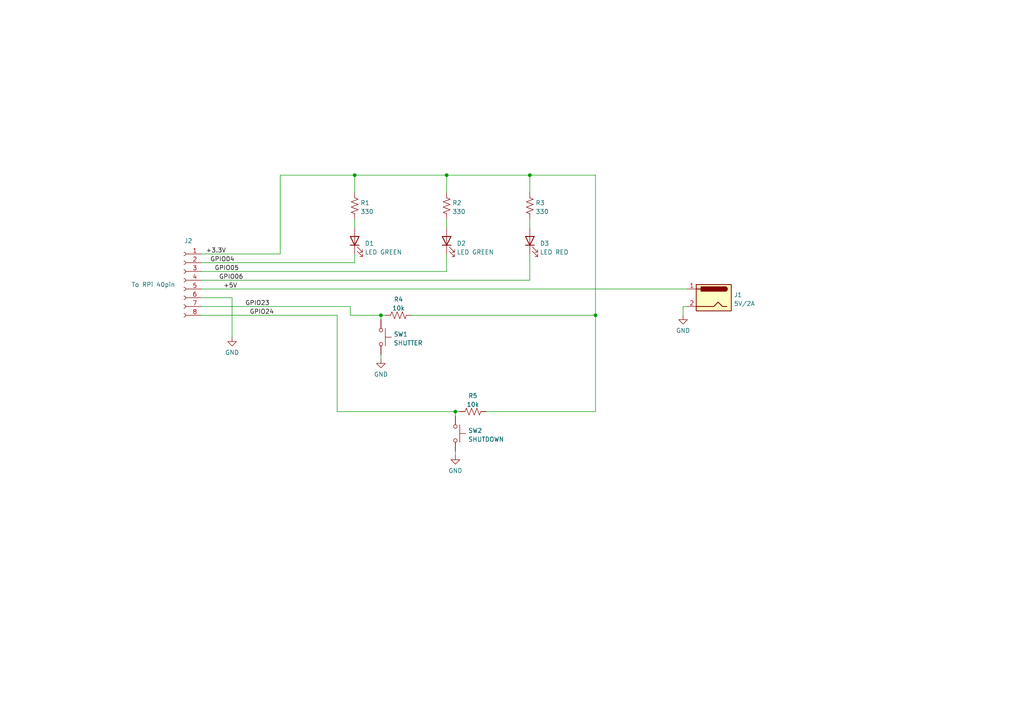
<source format=kicad_sch>
(kicad_sch (version 20211123) (generator eeschema)
  (paper "A4")
  (title_block (title "CuCuCam Interface circuit") (date "2022-04-17") (rev "1.00") (company "AMPSD Kyushu Univ.") (comment 1 "but will be mounted by hand on a Universal board.") (comment 2 "This circuit is not planned to be made into a PCB, "))
  (lib_symbols
    (symbol "Connector:Conn_01x08_Female" (pin_names (offset 1.016) hide)
      (property "Reference" "J" (at 0 10.16 0))
      (property "Value" "Conn_01x08_Female" (at 0 -12.7 0))
      (symbol "Conn_01x08_Female_1_1"
        (arc (start 0 -9.652) (mid -0.508 -10.16) (end 0 -10.668) (stroke (width 0.1524)))
        (arc (start 0 -7.112) (mid -0.508 -7.62) (end 0 -8.128) (stroke (width 0.1524)))
        (arc (start 0 -4.572) (mid -0.508 -5.08) (end 0 -5.588) (stroke (width 0.1524)))
        (arc (start 0 -2.032) (mid -0.508 -2.54) (end 0 -3.048) (stroke (width 0.1524)))
        (polyline (pts (xy -1.27 -10.16) (xy -0.508 -10.16)) (stroke (width 0.1524)))
        (polyline (pts (xy -1.27 -7.62) (xy -0.508 -7.62)) (stroke (width 0.1524)))
        (polyline (pts (xy -1.27 -5.08) (xy -0.508 -5.08)) (stroke (width 0.1524)))
        (polyline (pts (xy -1.27 -2.54) (xy -0.508 -2.54)) (stroke (width 0.1524)))
        (polyline (pts (xy -1.27 0) (xy -0.508 0)) (stroke (width 0.1524)))
        (polyline (pts (xy -1.27 2.54) (xy -0.508 2.54)) (stroke (width 0.1524)))
        (polyline (pts (xy -1.27 5.08) (xy -0.508 5.08)) (stroke (width 0.1524)))
        (polyline (pts (xy -1.27 7.62) (xy -0.508 7.62)) (stroke (width 0.1524)))
        (arc (start 0 0.508) (mid -0.508 0) (end 0 -0.508) (stroke (width 0.1524)))
        (arc (start 0 3.048) (mid -0.508 2.54) (end 0 2.032) (stroke (width 0.1524)))
        (arc (start 0 5.588) (mid -0.508 5.08) (end 0 4.572) (stroke (width 0.1524)))
        (arc (start 0 8.128) (mid -0.508 7.62) (end 0 7.112) (stroke (width 0.1524)))
        (pin passive line (at -5.08 7.62 0) (length 3.81) (name "Pin_1") (number "1"))
        (pin passive line (at -5.08 5.08 0) (length 3.81) (name "Pin_2") (number "2"))
        (pin passive line (at -5.08 2.54 0) (length 3.81) (name "Pin_3") (number "3"))
        (pin passive line (at -5.08 0 0) (length 3.81) (name "Pin_4") (number "4"))
        (pin passive line (at -5.08 -2.54 0) (length 3.81) (name "Pin_5") (number "5"))
        (pin passive line (at -5.08 -5.08 0) (length 3.81) (name "Pin_6") (number "6"))
        (pin passive line (at -5.08 -7.62 0) (length 3.81) (name "Pin_7") (number "7"))
        (pin passive line (at -5.08 -10.16 0) (length 3.81) (name "Pin_8") (number "8"))
      )
    )
    (symbol "Connector:Jack-DC" (pin_names (offset 1.016))
      (property "Reference" "J" (at 0 5.334 0))
      (property "Value" "Jack-DC" (at 0 -5.08 0))
      (symbol "Jack-DC_0_1"
        (rectangle (start -5.08 3.81) (end 5.08 -3.81) (stroke (width 0.254)) (fill (type background)))
        (arc (start -3.302 3.175) (mid -3.937 2.54) (end -3.302 1.905) (stroke (width 0.254)))
        (arc (start -3.302 3.175) (mid -3.937 2.54) (end -3.302 1.905) (stroke (width 0.254)) (fill (type outline)))
        (polyline (pts (xy 5.08 2.54) (xy 3.81 2.54)) (stroke (width 0.254)))
        (polyline (pts (xy -3.81 -2.54) (xy -2.54 -2.54) (xy -1.27 -1.27) (xy 0 -2.54) (xy 2.54 -2.54) (xy 5.08 -2.54)) (stroke (width 0.254)))
        (rectangle (start 3.683 3.175) (end -3.302 1.905) (stroke (width 0.254)) (fill (type outline)))
      )
      (symbol "Jack-DC_1_1"
        (pin passive line (at 7.62 2.54 180) (length 2.54) (name "~") (number "1"))
        (pin passive line (at 7.62 -2.54 180) (length 2.54) (name "~") (number "2"))
      )
    )
    (symbol "Device:LED" (pin_numbers hide) (pin_names (offset 1.016) hide)
      (property "Reference" "D" (at 0 2.54 0))
      (property "Value" "LED" (at 0 -2.54 0))
      (symbol "LED_0_1"
        (polyline (pts (xy -1.27 -1.27) (xy -1.27 1.27)) (stroke (width 0.254)))
        (polyline (pts (xy -1.27 0) (xy 1.27 0)))
        (polyline (pts (xy 1.27 -1.27) (xy 1.27 1.27) (xy -1.27 0) (xy 1.27 -1.27)) (stroke (width 0.254)))
        (polyline (pts (xy -3.048 -0.762) (xy -4.572 -2.286) (xy -3.81 -2.286) (xy -4.572 -2.286) (xy -4.572 -1.524)))
        (polyline (pts (xy -1.778 -0.762) (xy -3.302 -2.286) (xy -2.54 -2.286) (xy -3.302 -2.286) (xy -3.302 -1.524)))
      )
      (symbol "LED_1_1"
        (pin passive line (at -3.81 0 0) (length 2.54) (name "K") (number "1"))
        (pin passive line (at 3.81 0 180) (length 2.54) (name "A") (number "2"))
      )
    )
    (symbol "Device:R_US" (pin_numbers hide) (pin_names (offset 0))
      (property "Reference" "R" (at 2.54 0 90))
      (property "Value" "R_US" (at -2.54 0 90))
      (symbol "R_US_0_1"
        (polyline (pts (xy 0 -2.286) (xy 0 -2.54)))
        (polyline (pts (xy 0 2.286) (xy 0 2.54)))
        (polyline (pts (xy 0 -0.762) (xy 1.016 -1.143) (xy 0 -1.524) (xy -1.016 -1.905) (xy 0 -2.286)))
        (polyline (pts (xy 0 0.762) (xy 1.016 0.381) (xy 0 0) (xy -1.016 -0.381) (xy 0 -0.762)))
        (polyline (pts (xy 0 2.286) (xy 1.016 1.905) (xy 0 1.524) (xy -1.016 1.143) (xy 0 0.762)))
      )
      (symbol "R_US_1_1"
        (pin passive line (at 0 3.81 270) (length 1.27) (name "~") (number "1"))
        (pin passive line (at 0 -3.81 90) (length 1.27) (name "~") (number "2"))
      )
    )
    (symbol "Switch:SW_Push" (pin_numbers hide) (pin_names (offset 1.016) hide)
      (property "Reference" "SW" (at 1.27 2.54 0))
      (property "Value" "SW_Push" (at 0 -1.524 0))
      (symbol "SW_Push_0_1"
        (circle (center -2.032 0) (radius 0.508))
        (polyline (pts (xy 0 1.27) (xy 0 3.048)))
        (polyline (pts (xy 2.54 1.27) (xy -2.54 1.27)))
        (circle (center 2.032 0) (radius 0.508))
        (pin passive line (at -5.08 0 0) (length 2.54) (name "1") (number "1"))
        (pin passive line (at 5.08 0 180) (length 2.54) (name "2") (number "2"))
      )
    )
    (symbol "power:GND" (power) (pin_names (offset 0))
      (property "Value" "GND" (at 0 -3.81 0))
      (symbol "GND_0_1"
        (polyline (pts (xy 0 0) (xy 0 -1.27) (xy 1.27 -1.27) (xy 0 -2.54) (xy -1.27 -1.27) (xy 0 -1.27)))
      )
      (symbol "GND_1_1"
        (pin power_in line (at 0 0 270) (length 0) hide (name "GND") (number "1"))
      )
    )
  )
  (junction (at 129.54 50.8))
  (junction (at 172.72 91.44))
  (junction (at 153.67 50.8))
  (junction (at 132.08 119.38))
  (junction (at 110.49 91.44))
  (junction (at 102.87 50.8))
  (wire (pts (xy 110.49 102.87) (xy 110.49 104.14)))
  (wire (pts (xy 172.72 50.8) (xy 153.67 50.8)))
  (wire (pts (xy 58.42 76.2) (xy 102.87 76.2)))
  (wire (pts (xy 81.28 73.66) (xy 58.42 73.66)))
  (wire (pts (xy 58.42 86.36) (xy 67.31 86.36)))
  (wire (pts (xy 81.28 50.8) (xy 81.28 73.66)))
  (wire (pts (xy 199.39 88.9) (xy 198.12 88.9)))
  (wire (pts (xy 129.54 50.8) (xy 153.67 50.8)))
  (wire (pts (xy 132.08 130.81) (xy 132.08 132.08)))
  (wire (pts (xy 172.72 119.38) (xy 140.97 119.38)))
  (wire (pts (xy 111.76 91.44) (xy 110.49 91.44)))
  (wire (pts (xy 67.31 86.36) (xy 67.31 97.79)))
  (wire (pts (xy 132.08 119.38) (xy 132.08 120.65)))
  (wire (pts (xy 132.08 119.38) (xy 97.79 119.38)))
  (wire (pts (xy 97.79 119.38) (xy 97.79 91.44)))
  (wire (pts (xy 102.87 50.8) (xy 129.54 50.8)))
  (wire (pts (xy 129.54 63.5) (xy 129.54 66.04)))
  (wire (pts (xy 198.12 88.9) (xy 198.12 91.44)))
  (wire (pts (xy 172.72 91.44) (xy 172.72 50.8)))
  (wire (pts (xy 58.42 83.82) (xy 199.39 83.82)))
  (wire (pts (xy 153.67 81.28) (xy 153.67 73.66)))
  (wire (pts (xy 58.42 78.74) (xy 129.54 78.74)))
  (wire (pts (xy 101.6 88.9) (xy 58.42 88.9)))
  (wire (pts (xy 133.35 119.38) (xy 132.08 119.38)))
  (wire (pts (xy 102.87 73.66) (xy 102.87 76.2)))
  (wire (pts (xy 129.54 78.74) (xy 129.54 73.66)))
  (wire (pts (xy 110.49 91.44) (xy 101.6 91.44)))
  (wire (pts (xy 97.79 91.44) (xy 58.42 91.44)))
  (wire (pts (xy 110.49 91.44) (xy 110.49 92.71)))
  (wire (pts (xy 172.72 91.44) (xy 172.72 119.38)))
  (wire (pts (xy 102.87 63.5) (xy 102.87 66.04)))
  (wire (pts (xy 129.54 50.8) (xy 129.54 55.88)))
  (wire (pts (xy 81.28 50.8) (xy 102.87 50.8)))
  (wire (pts (xy 102.87 55.88) (xy 102.87 50.8)))
  (wire (pts (xy 119.38 91.44) (xy 172.72 91.44)))
  (wire (pts (xy 153.67 50.8) (xy 153.67 55.88)))
  (wire (pts (xy 58.42 81.28) (xy 153.67 81.28)))
  (wire (pts (xy 153.67 63.5) (xy 153.67 66.04)))
  (wire (pts (xy 101.6 91.44) (xy 101.6 88.9)))
  (label "+3.3V" (at 59.69 73.66 0))
  (label "GPIO05" (at 62.23 78.74 0))
  (label "+5V" (at 64.77 83.82 0))
  (label "GPIO04" (at 60.96 76.2 0))
  (label "GPIO24" (at 72.39 91.44 0))
  (label "GPIO06" (at 63.5 81.28 0))
  (label "GPIO23" (at 71.12 88.9 0))
  (symbol (lib_id "power:GND") (at 132.08 132.08 0) (unit 1)
    (property "Reference" "#PWR?" (effects hide))
    (property "Value" "GND" (at 132.08 136.5234 0))
  )
  (symbol (lib_id "Device:R_US") (at 115.57 91.44 90) (unit 1)
    (property "Reference" "R4" (at 115.57 86.8512 90))
    (property "Value" "10k" (at 115.57 89.3881 90))
  )
  (symbol (lib_id "Device:R_US") (at 153.67 59.69 0) (unit 1)
    (property "Reference" "R3" (at 155.321 58.8553 0) (effects (justify left)))
    (property "Value" "330" (at 155.321 61.3922 0) (effects (justify left)))
  )
  (symbol (lib_id "Device:R_US") (at 129.54 59.69 0) (unit 1)
    (property "Reference" "R2" (at 131.191 58.8553 0) (effects (justify left)))
    (property "Value" "330" (at 131.191 61.3922 0) (effects (justify left)))
  )
  (symbol (lib_id "Switch:SW_Push") (at 132.08 125.73 270) (unit 1)
    (property "Reference" "SW2" (at 135.763 124.8953 90) (effects (justify left)))
    (property "Value" "SHUTDOWN" (at 135.763 127.4322 90) (effects (justify left)))
  )
  (symbol (lib_id "Device:LED") (at 102.87 69.85 90) (unit 1)
    (property "Reference" "D1" (at 105.791 70.6028 90) (effects (justify right)))
    (property "Value" "LED GREEN" (at 105.791 73.1397 90) (effects (justify right)))
  )
  (symbol (lib_id "Connector:Conn_01x08_Female") (at 53.34 81.28 0) (mirror y) (unit 1)
    (property "Reference" "J2" (at 54.61 69.85 0))
    (property "Value" "To RPi 40pin" (at 44.45 82.55 0))
  )
  (symbol (lib_id "Connector:Jack-DC") (at 207.01 86.36 0) (mirror y) (unit 1)
    (property "Reference" "J1" (at 212.852 85.5253 0) (effects (justify right)))
    (property "Value" "5V/2A" (at 212.852 88.0622 0) (effects (justify right)))
  )
  (symbol (lib_id "Device:LED") (at 153.67 69.85 90) (unit 1)
    (property "Reference" "D3" (at 156.591 70.6028 90) (effects (justify right)))
    (property "Value" "LED RED" (at 156.591 73.1397 90) (effects (justify right)))
  )
  (symbol (lib_id "power:GND") (at 198.12 91.44 0) (unit 1)
    (property "Reference" "#PWR?" (effects hide))
    (property "Value" "GND" (at 198.12 95.8834 0))
  )
  (symbol (lib_id "Device:LED") (at 129.54 69.85 90) (unit 1)
    (property "Reference" "D2" (at 132.461 70.6028 90) (effects (justify right)))
    (property "Value" "LED GREEN" (at 132.461 73.1397 90) (effects (justify right)))
  )
  (symbol (lib_id "Device:R_US") (at 102.87 59.69 0) (unit 1)
    (property "Reference" "R1" (at 104.521 58.8553 0) (effects (justify left)))
    (property "Value" "330" (at 104.521 61.3922 0) (effects (justify left)))
  )
  (symbol (lib_id "Switch:SW_Push") (at 110.49 97.79 270) (unit 1)
    (property "Reference" "SW1" (at 114.173 96.9553 90) (effects (justify left)))
    (property "Value" "SHUTTER" (at 114.173 99.4922 90) (effects (justify left)))
  )
  (symbol (lib_id "Device:R_US") (at 137.16 119.38 90) (unit 1)
    (property "Reference" "R5" (at 137.16 114.7912 90))
    (property "Value" "10k" (at 137.16 117.3281 90))
  )
  (symbol (lib_id "power:GND") (at 67.31 97.79 0) (unit 1)
    (property "Reference" "#PWR?" (effects hide))
    (property "Value" "GND" (at 67.31 102.2334 0))
  )
  (symbol (lib_id "power:GND") (at 110.49 104.14 0) (unit 1)
    (property "Reference" "#PWR?" (effects hide))
    (property "Value" "GND" (at 110.49 108.5834 0))
  )
)
</source>
